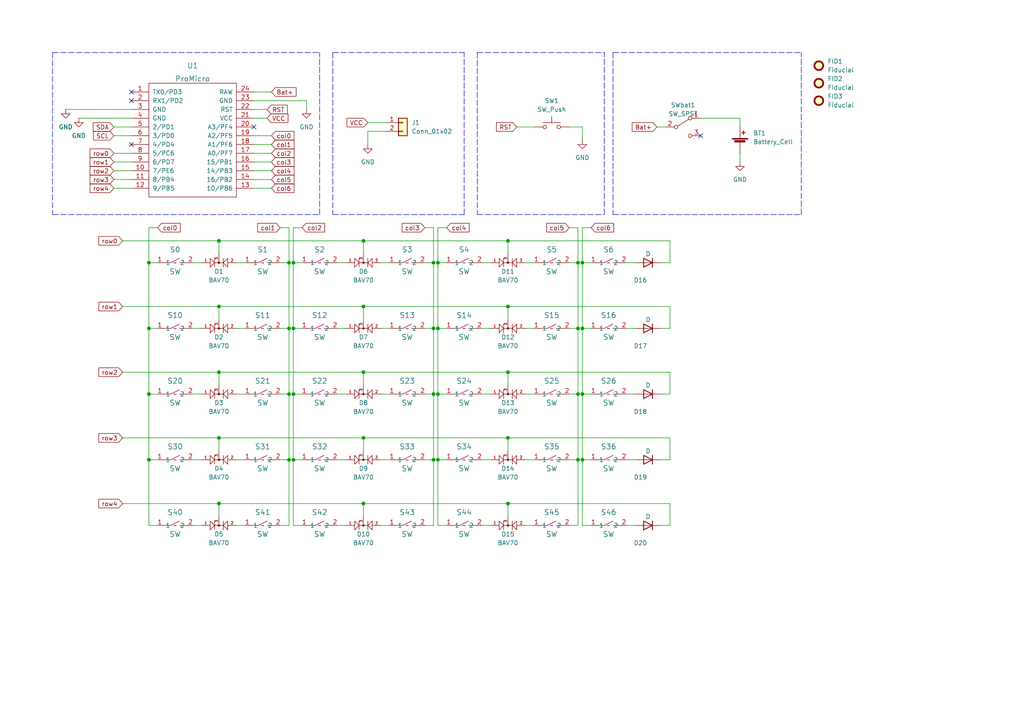
<source format=kicad_sch>
(kicad_sch (version 20211123) (generator eeschema)
  (paper "A4")
  (lib_symbols
    (symbol "Connector_Generic:Conn_01x02" (pin_names (offset 1.016) hide)
      (property "Reference" "J" (at 0 2.54 0))
      (property "Value" "Conn_01x02" (at 0 -5.08 0))
      (symbol "Conn_01x02_1_1"
        (rectangle (start -1.27 -2.413) (end 0 -2.667) (stroke (width 0.1524)))
        (rectangle (start -1.27 0.127) (end 0 -0.127) (stroke (width 0.1524)))
        (rectangle (start -1.27 1.27) (end 1.27 -3.81) (stroke (width 0.254)) (fill (type background)))
        (pin passive line (at -5.08 0 0) (length 3.81) (name "Pin_1") (number "1"))
        (pin passive line (at -5.08 -2.54 0) (length 3.81) (name "Pin_2") (number "2"))
      )
    )
    (symbol "Device:Battery_Cell" (pin_numbers hide) (pin_names (offset 0) hide)
      (property "Reference" "BT" (at 2.54 2.54 0))
      (property "Value" "Battery_Cell" (at 2.54 0 0))
      (symbol "Battery_Cell_0_1"
        (rectangle (start -2.286 1.778) (end 2.286 1.524) (fill (type outline)))
        (rectangle (start -1.5748 1.1938) (end 1.4732 0.6858) (fill (type outline)))
        (polyline (pts (xy 0 0.762) (xy 0 0)))
        (polyline (pts (xy 0 1.778) (xy 0 2.54)))
        (polyline (pts (xy 0.508 3.429) (xy 1.524 3.429)) (stroke (width 0.254)))
        (polyline (pts (xy 1.016 3.937) (xy 1.016 2.921)) (stroke (width 0.254)))
      )
      (symbol "Battery_Cell_1_1"
        (pin passive line (at 0 5.08 270) (length 2.54) (name "+") (number "1"))
        (pin passive line (at 0 -2.54 90) (length 2.54) (name "-") (number "2"))
      )
    )
    (symbol "Device:D" (pin_numbers hide) (pin_names (offset 1.016) hide)
      (property "Reference" "D" (at 0 2.54 0))
      (property "Value" "D" (at 0 -2.54 0))
      (symbol "D_0_1"
        (polyline (pts (xy -1.27 1.27) (xy -1.27 -1.27)) (stroke (width 0.254)))
        (polyline (pts (xy 1.27 0) (xy -1.27 0)))
        (polyline (pts (xy 1.27 1.27) (xy 1.27 -1.27) (xy -1.27 0) (xy 1.27 1.27)) (stroke (width 0.254)))
      )
      (symbol "D_1_1"
        (pin passive line (at -3.81 0 0) (length 2.54) (name "K") (number "1"))
        (pin passive line (at 3.81 0 180) (length 2.54) (name "A") (number "2"))
      )
    )
    (symbol "Mechanical:Fiducial"
      (property "Reference" "FID" (at 0 5.08 0))
      (property "Value" "Fiducial" (at 0 3.175 0))
      (symbol "Fiducial_0_1"
        (circle (center 0 0) (radius 1.27) (stroke (width 0.508)) (fill (type background)))
      )
    )
    (symbol "Switch:SW_Push" (pin_numbers hide) (pin_names (offset 1.016) hide)
      (property "Reference" "SW" (at 1.27 2.54 0))
      (property "Value" "SW_Push" (at 0 -1.524 0))
      (symbol "SW_Push_0_1"
        (circle (center -2.032 0) (radius 0.508))
        (polyline (pts (xy 0 1.27) (xy 0 3.048)))
        (polyline (pts (xy 2.54 1.27) (xy -2.54 1.27)))
        (circle (center 2.032 0) (radius 0.508))
        (pin passive line (at -5.08 0 0) (length 2.54) (name "1") (number "1"))
        (pin passive line (at 5.08 0 180) (length 2.54) (name "2") (number "2"))
      )
    )
    (symbol "Switch:SW_SPDT" (pin_names (offset 0) hide)
      (property "Reference" "SW" (at 0 4.318 0))
      (property "Value" "SW_SPDT" (at 0 -5.08 0))
      (symbol "SW_SPDT_0_0"
        (circle (center -2.032 0) (radius 0.508))
        (circle (center 2.032 -2.54) (radius 0.508))
      )
      (symbol "SW_SPDT_0_1"
        (polyline (pts (xy -1.524 0.254) (xy 1.651 2.286)))
        (circle (center 2.032 2.54) (radius 0.508))
      )
      (symbol "SW_SPDT_1_1"
        (pin passive line (at 5.08 2.54 180) (length 2.54) (name "A") (number "1"))
        (pin passive line (at -5.08 0 0) (length 2.54) (name "B") (number "2"))
        (pin passive line (at 5.08 -2.54 180) (length 2.54) (name "C") (number "3"))
      )
    )
    (symbol "YAEMK:MX_1U" (pin_names (offset 1.016))
      (property "Reference" "S" (at 0 -2.54 0))
      (property "Value" "MX_1U" (at 0 3.81 0))
      (symbol "MX_1U_1_1"
        (polyline (pts (xy 2.54 0) (xy 1.27 0)))
        (polyline (pts (xy 3.81 0) (xy 2.54 0)))
        (polyline (pts (xy 1.27 1.27) (xy -1.27 0) (xy -3.81 0)))
        (pin bidirectional line (at -5.08 0 0) (length 1.27) (name "1") (number "1"))
        (pin bidirectional line (at 5.08 0 180) (length 1.27) (name "2") (number "2"))
      )
    )
    (symbol "hillside_basic:BAV70_Small" (pin_names (offset 0.762) hide)
      (property "Reference" "D" (at 0.635 -2.54 0))
      (property "Value" "BAV70_Small" (at 0 2.54 0))
      (symbol "BAV70_Small_0_1"
        (polyline (pts (xy -1.27 1.27) (xy -1.27 -1.27)))
        (polyline (pts (xy 1.27 0) (xy -1.27 0)))
        (polyline (pts (xy 1.27 1.27) (xy 1.27 -1.27)))
        (polyline (pts (xy -2.54 1.27) (xy -2.54 -1.27) (xy -1.27 0) (xy -2.54 1.27)))
        (polyline (pts (xy 2.54 1.27) (xy 2.54 -1.27) (xy 1.27 0) (xy 2.54 1.27)))
        (circle (center 0 0) (radius 0.254) (fill (type outline)))
      )
      (symbol "BAV70_Small_1_1"
        (pin input line (at -5.08 0 0) (length 2.54) (name "A1") (number "1"))
        (pin input line (at 5.08 0 180) (length 2.54) (name "A2") (number "2"))
        (pin passive line (at 0 -2.54 90) (length 2.54) (name "K") (number "3"))
      )
    )
    (symbol "keebio:ProMicro" (pin_names (offset 1.016))
      (property "Reference" "U" (at 0 0 0))
      (property "Value" "ProMicro" (at 0 -19.05 0))
      (symbol "ProMicro_0_1"
        (rectangle (start -12.7 -16.51) (end 12.7 16.51))
      )
      (symbol "ProMicro_1_1"
        (pin input line (at -17.78 13.97 0) (length 5.08) (name "TX0/PD3") (number "1"))
        (pin input line (at -17.78 -8.89 0) (length 5.08) (name "7/PE6") (number "10"))
        (pin input line (at -17.78 -11.43 0) (length 5.08) (name "8/PB4") (number "11"))
        (pin input line (at -17.78 -13.97 0) (length 5.08) (name "9/PB5") (number "12"))
        (pin input line (at 17.78 -13.97 180) (length 5.08) (name "10/PB6") (number "13"))
        (pin input line (at 17.78 -11.43 180) (length 5.08) (name "16/PB2") (number "14"))
        (pin input line (at 17.78 -8.89 180) (length 5.08) (name "14/PB3") (number "15"))
        (pin input line (at 17.78 -6.35 180) (length 5.08) (name "15/PB1") (number "16"))
        (pin input line (at 17.78 -3.81 180) (length 5.08) (name "A0/PF7") (number "17"))
        (pin input line (at 17.78 -1.27 180) (length 5.08) (name "A1/PF6") (number "18"))
        (pin input line (at 17.78 1.27 180) (length 5.08) (name "A2/PF5") (number "19"))
        (pin input line (at -17.78 11.43 0) (length 5.08) (name "RX1/PD2") (number "2"))
        (pin input line (at 17.78 3.81 180) (length 5.08) (name "A3/PF4") (number "20"))
        (pin input line (at 17.78 6.35 180) (length 5.08) (name "VCC") (number "21"))
        (pin input line (at 17.78 8.89 180) (length 5.08) (name "RST") (number "22"))
        (pin input line (at 17.78 11.43 180) (length 5.08) (name "GND") (number "23"))
        (pin input line (at 17.78 13.97 180) (length 5.08) (name "RAW") (number "24"))
        (pin input line (at -17.78 8.89 0) (length 5.08) (name "GND") (number "3"))
        (pin input line (at -17.78 6.35 0) (length 5.08) (name "GND") (number "4"))
        (pin input line (at -17.78 3.81 0) (length 5.08) (name "2/PD1") (number "5"))
        (pin input line (at -17.78 1.27 0) (length 5.08) (name "3/PD0") (number "6"))
        (pin input line (at -17.78 -1.27 0) (length 5.08) (name "4/PD4") (number "7"))
        (pin input line (at -17.78 -3.81 0) (length 5.08) (name "5/PC6") (number "8"))
        (pin input line (at -17.78 -6.35 0) (length 5.08) (name "6/PD7") (number "9"))
      )
    )
    (symbol "power:GND" (power) (pin_names (offset 0))
      (property "Value" "GND" (at 0 -3.81 0))
      (symbol "GND_0_1"
        (polyline (pts (xy 0 0) (xy 0 -1.27) (xy 1.27 -1.27) (xy 0 -2.54) (xy -1.27 -1.27) (xy 0 -1.27)))
      )
      (symbol "GND_1_1"
        (pin power_in line (at 0 0 270) (length 0) hide (name "GND") (number "1"))
      )
    )
  )
  (junction (at 125.73 133.35))
  (junction (at 85.09 76.2))
  (junction (at 63.5 146.05))
  (junction (at 168.91 76.2))
  (junction (at 168.91 95.25))
  (junction (at 167.64 95.25))
  (junction (at 85.09 133.35))
  (junction (at 105.41 88.9))
  (junction (at 63.5 107.95))
  (junction (at 85.09 95.25))
  (junction (at 147.32 107.95))
  (junction (at 105.41 127))
  (junction (at 83.82 95.25))
  (junction (at 147.32 146.05))
  (junction (at 127 76.2))
  (junction (at 83.82 76.2))
  (junction (at 168.91 114.3))
  (junction (at 85.09 114.3))
  (junction (at 167.64 114.3))
  (junction (at 127 133.35))
  (junction (at 83.82 114.3))
  (junction (at 105.41 107.95))
  (junction (at 167.64 133.35))
  (junction (at 63.5 88.9))
  (junction (at 167.64 76.2))
  (junction (at 43.18 95.25))
  (junction (at 125.73 76.2))
  (junction (at 147.32 88.9))
  (junction (at 125.73 114.3))
  (junction (at 43.18 76.2))
  (junction (at 147.32 127))
  (junction (at 43.18 133.35))
  (junction (at 63.5 127))
  (junction (at 127 95.25))
  (junction (at 63.5 69.85))
  (junction (at 83.82 133.35))
  (junction (at 125.73 95.25))
  (junction (at 168.91 133.35))
  (junction (at 147.32 69.85))
  (junction (at 105.41 69.85))
  (junction (at 43.18 114.3))
  (junction (at 127 114.3))
  (junction (at 105.41 146.05))
  (no_connect (at 38.1 26.67))
  (no_connect (at 38.1 41.91))
  (no_connect (at 38.1 29.21))
  (no_connect (at 203.2 39.37))
  (no_connect (at 73.66 36.83))
  (wire (pts (xy 194.31 146.05) (xy 194.31 152.4)))
  (wire (pts (xy 110.49 114.3) (xy 113.03 114.3)))
  (wire (pts (xy 168.91 36.83) (xy 168.91 40.64)))
  (polyline (pts (xy 177.8 15.24) (xy 177.8 62.23)))
  (wire (pts (xy 147.32 88.9) (xy 194.31 88.9)))
  (wire (pts (xy 123.19 133.35) (xy 125.73 133.35)))
  (wire (pts (xy 181.61 152.4) (xy 184.15 152.4)))
  (wire (pts (xy 45.72 152.4) (xy 43.18 152.4)))
  (wire (pts (xy 106.68 41.91) (xy 106.68 38.1)))
  (wire (pts (xy 139.7 114.3) (xy 142.24 114.3)))
  (wire (pts (xy 63.5 127) (xy 63.5 130.81)))
  (wire (pts (xy 127 133.35) (xy 129.54 133.35)))
  (wire (pts (xy 97.79 152.4) (xy 100.33 152.4)))
  (wire (pts (xy 171.45 152.4) (xy 168.91 152.4)))
  (polyline (pts (xy 15.24 15.24) (xy 92.71 15.24)))
  (wire (pts (xy 55.88 114.3) (xy 58.42 114.3)))
  (wire (pts (xy 83.82 152.4) (xy 83.82 133.35)))
  (wire (pts (xy 168.91 114.3) (xy 168.91 95.25)))
  (polyline (pts (xy 175.26 62.23) (xy 175.26 15.24)))
  (wire (pts (xy 43.18 66.04) (xy 45.72 66.04)))
  (wire (pts (xy 168.91 95.25) (xy 168.91 76.2)))
  (wire (pts (xy 147.32 146.05) (xy 194.31 146.05)))
  (wire (pts (xy 35.56 107.95) (xy 63.5 107.95)))
  (wire (pts (xy 167.64 114.3) (xy 167.64 95.25)))
  (wire (pts (xy 81.28 152.4) (xy 83.82 152.4)))
  (wire (pts (xy 73.66 44.45) (xy 78.74 44.45)))
  (wire (pts (xy 168.91 133.35) (xy 168.91 114.3)))
  (wire (pts (xy 43.18 76.2) (xy 45.72 76.2)))
  (wire (pts (xy 85.09 133.35) (xy 85.09 114.3)))
  (wire (pts (xy 73.66 49.53) (xy 78.74 49.53)))
  (wire (pts (xy 194.31 107.95) (xy 194.31 114.3)))
  (wire (pts (xy 152.4 76.2) (xy 154.94 76.2)))
  (polyline (pts (xy 96.52 62.23) (xy 134.62 62.23)))
  (wire (pts (xy 63.5 69.85) (xy 105.41 69.85)))
  (wire (pts (xy 73.66 54.61) (xy 78.74 54.61)))
  (wire (pts (xy 87.63 152.4) (xy 85.09 152.4)))
  (wire (pts (xy 85.09 66.04) (xy 87.63 66.04)))
  (wire (pts (xy 194.31 152.4) (xy 191.77 152.4)))
  (wire (pts (xy 147.32 127) (xy 147.32 130.81)))
  (wire (pts (xy 139.7 152.4) (xy 142.24 152.4)))
  (polyline (pts (xy 232.41 62.23) (xy 232.41 15.24)))
  (wire (pts (xy 55.88 152.4) (xy 58.42 152.4)))
  (wire (pts (xy 125.73 76.2) (xy 125.73 66.04)))
  (wire (pts (xy 105.41 127) (xy 105.41 130.81)))
  (wire (pts (xy 147.32 127) (xy 194.31 127)))
  (wire (pts (xy 97.79 133.35) (xy 100.33 133.35)))
  (wire (pts (xy 147.32 146.05) (xy 147.32 149.86)))
  (wire (pts (xy 105.41 88.9) (xy 147.32 88.9)))
  (wire (pts (xy 105.41 107.95) (xy 105.41 111.76)))
  (wire (pts (xy 63.5 127) (xy 105.41 127)))
  (wire (pts (xy 129.54 152.4) (xy 127 152.4)))
  (wire (pts (xy 73.66 26.67) (xy 78.74 26.67)))
  (wire (pts (xy 38.1 46.99) (xy 33.02 46.99)))
  (wire (pts (xy 147.32 107.95) (xy 147.32 111.76)))
  (wire (pts (xy 105.41 146.05) (xy 147.32 146.05)))
  (wire (pts (xy 152.4 114.3) (xy 154.94 114.3)))
  (wire (pts (xy 181.61 114.3) (xy 184.15 114.3)))
  (wire (pts (xy 43.18 114.3) (xy 45.72 114.3)))
  (wire (pts (xy 38.1 49.53) (xy 33.02 49.53)))
  (wire (pts (xy 139.7 95.25) (xy 142.24 95.25)))
  (wire (pts (xy 35.56 127) (xy 63.5 127)))
  (wire (pts (xy 68.58 95.25) (xy 71.12 95.25)))
  (wire (pts (xy 35.56 69.85) (xy 63.5 69.85)))
  (wire (pts (xy 43.18 133.35) (xy 45.72 133.35)))
  (wire (pts (xy 214.63 46.99) (xy 214.63 44.45)))
  (wire (pts (xy 63.5 146.05) (xy 105.41 146.05)))
  (wire (pts (xy 83.82 76.2) (xy 83.82 66.04)))
  (polyline (pts (xy 15.24 15.24) (xy 15.24 62.23)))
  (wire (pts (xy 105.41 107.95) (xy 147.32 107.95)))
  (wire (pts (xy 125.73 114.3) (xy 125.73 95.25)))
  (wire (pts (xy 147.32 69.85) (xy 147.32 73.66)))
  (wire (pts (xy 63.5 88.9) (xy 105.41 88.9)))
  (wire (pts (xy 127 133.35) (xy 127 114.3)))
  (wire (pts (xy 73.66 29.21) (xy 88.9 29.21)))
  (wire (pts (xy 38.1 54.61) (xy 33.02 54.61)))
  (wire (pts (xy 38.1 52.07) (xy 33.02 52.07)))
  (wire (pts (xy 168.91 76.2) (xy 171.45 76.2)))
  (wire (pts (xy 123.19 95.25) (xy 125.73 95.25)))
  (wire (pts (xy 73.66 52.07) (xy 78.74 52.07)))
  (wire (pts (xy 43.18 133.35) (xy 43.18 114.3)))
  (wire (pts (xy 127 66.04) (xy 129.54 66.04)))
  (wire (pts (xy 168.91 152.4) (xy 168.91 133.35)))
  (wire (pts (xy 168.91 66.04) (xy 171.45 66.04)))
  (wire (pts (xy 63.5 107.95) (xy 105.41 107.95)))
  (wire (pts (xy 68.58 76.2) (xy 71.12 76.2)))
  (wire (pts (xy 147.32 69.85) (xy 194.31 69.85)))
  (wire (pts (xy 194.31 88.9) (xy 194.31 95.25)))
  (wire (pts (xy 22.86 34.29) (xy 38.1 34.29)))
  (wire (pts (xy 127 152.4) (xy 127 133.35)))
  (wire (pts (xy 125.73 152.4) (xy 125.73 133.35)))
  (wire (pts (xy 168.91 114.3) (xy 171.45 114.3)))
  (wire (pts (xy 165.1 133.35) (xy 167.64 133.35)))
  (wire (pts (xy 43.18 152.4) (xy 43.18 133.35)))
  (wire (pts (xy 19.05 31.75) (xy 38.1 31.75)))
  (wire (pts (xy 73.66 41.91) (xy 78.74 41.91)))
  (wire (pts (xy 149.86 36.83) (xy 154.94 36.83)))
  (wire (pts (xy 85.09 95.25) (xy 85.09 76.2)))
  (wire (pts (xy 167.64 152.4) (xy 167.64 133.35)))
  (wire (pts (xy 194.31 114.3) (xy 191.77 114.3)))
  (wire (pts (xy 68.58 152.4) (xy 71.12 152.4)))
  (wire (pts (xy 168.91 95.25) (xy 171.45 95.25)))
  (wire (pts (xy 73.66 34.29) (xy 77.47 34.29)))
  (wire (pts (xy 85.09 114.3) (xy 85.09 95.25)))
  (wire (pts (xy 127 114.3) (xy 129.54 114.3)))
  (wire (pts (xy 105.41 146.05) (xy 105.41 149.86)))
  (wire (pts (xy 105.41 69.85) (xy 105.41 73.66)))
  (wire (pts (xy 167.64 133.35) (xy 167.64 114.3)))
  (wire (pts (xy 125.73 66.04) (xy 123.19 66.04)))
  (polyline (pts (xy 177.8 62.23) (xy 232.41 62.23)))
  (wire (pts (xy 106.68 38.1) (xy 111.76 38.1)))
  (wire (pts (xy 83.82 66.04) (xy 81.28 66.04)))
  (wire (pts (xy 63.5 88.9) (xy 63.5 92.71)))
  (wire (pts (xy 123.19 114.3) (xy 125.73 114.3)))
  (wire (pts (xy 127 76.2) (xy 129.54 76.2)))
  (wire (pts (xy 152.4 95.25) (xy 154.94 95.25)))
  (wire (pts (xy 194.31 127) (xy 194.31 133.35)))
  (wire (pts (xy 85.09 133.35) (xy 87.63 133.35)))
  (wire (pts (xy 125.73 133.35) (xy 125.73 114.3)))
  (wire (pts (xy 33.02 39.37) (xy 38.1 39.37)))
  (wire (pts (xy 43.18 76.2) (xy 43.18 66.04)))
  (wire (pts (xy 127 76.2) (xy 127 66.04)))
  (wire (pts (xy 85.09 76.2) (xy 85.09 66.04)))
  (wire (pts (xy 81.28 76.2) (xy 83.82 76.2)))
  (wire (pts (xy 139.7 76.2) (xy 142.24 76.2)))
  (wire (pts (xy 55.88 133.35) (xy 58.42 133.35)))
  (wire (pts (xy 110.49 95.25) (xy 113.03 95.25)))
  (wire (pts (xy 127 95.25) (xy 127 76.2)))
  (wire (pts (xy 83.82 114.3) (xy 83.82 95.25)))
  (wire (pts (xy 152.4 133.35) (xy 154.94 133.35)))
  (wire (pts (xy 110.49 76.2) (xy 113.03 76.2)))
  (wire (pts (xy 33.02 36.83) (xy 38.1 36.83)))
  (wire (pts (xy 68.58 133.35) (xy 71.12 133.35)))
  (wire (pts (xy 81.28 114.3) (xy 83.82 114.3)))
  (wire (pts (xy 63.5 146.05) (xy 63.5 149.86)))
  (wire (pts (xy 106.68 35.56) (xy 111.76 35.56)))
  (polyline (pts (xy 96.52 15.24) (xy 96.52 62.23)))
  (wire (pts (xy 190.5 36.83) (xy 193.04 36.83)))
  (wire (pts (xy 63.5 69.85) (xy 63.5 73.66)))
  (wire (pts (xy 35.56 146.05) (xy 63.5 146.05)))
  (wire (pts (xy 88.9 31.75) (xy 88.9 29.21)))
  (wire (pts (xy 97.79 95.25) (xy 100.33 95.25)))
  (wire (pts (xy 83.82 95.25) (xy 83.82 76.2)))
  (wire (pts (xy 203.2 34.29) (xy 214.63 34.29)))
  (wire (pts (xy 194.31 69.85) (xy 194.31 76.2)))
  (wire (pts (xy 55.88 76.2) (xy 58.42 76.2)))
  (wire (pts (xy 43.18 114.3) (xy 43.18 95.25)))
  (wire (pts (xy 181.61 133.35) (xy 184.15 133.35)))
  (wire (pts (xy 194.31 95.25) (xy 191.77 95.25)))
  (wire (pts (xy 68.58 114.3) (xy 71.12 114.3)))
  (polyline (pts (xy 138.43 15.24) (xy 175.26 15.24)))
  (wire (pts (xy 55.88 95.25) (xy 58.42 95.25)))
  (wire (pts (xy 214.63 34.29) (xy 214.63 36.83)))
  (wire (pts (xy 43.18 95.25) (xy 45.72 95.25)))
  (wire (pts (xy 165.1 114.3) (xy 167.64 114.3)))
  (wire (pts (xy 110.49 133.35) (xy 113.03 133.35)))
  (wire (pts (xy 73.66 31.75) (xy 77.47 31.75)))
  (wire (pts (xy 181.61 95.25) (xy 184.15 95.25)))
  (wire (pts (xy 194.31 133.35) (xy 191.77 133.35)))
  (wire (pts (xy 85.09 114.3) (xy 87.63 114.3)))
  (wire (pts (xy 63.5 107.95) (xy 63.5 111.76)))
  (wire (pts (xy 105.41 127) (xy 147.32 127)))
  (wire (pts (xy 152.4 152.4) (xy 154.94 152.4)))
  (wire (pts (xy 105.41 69.85) (xy 147.32 69.85)))
  (wire (pts (xy 123.19 152.4) (xy 125.73 152.4)))
  (wire (pts (xy 139.7 133.35) (xy 142.24 133.35)))
  (wire (pts (xy 85.09 152.4) (xy 85.09 133.35)))
  (wire (pts (xy 127 114.3) (xy 127 95.25)))
  (wire (pts (xy 97.79 76.2) (xy 100.33 76.2)))
  (wire (pts (xy 147.32 88.9) (xy 147.32 92.71)))
  (wire (pts (xy 43.18 95.25) (xy 43.18 76.2)))
  (polyline (pts (xy 138.43 62.23) (xy 175.26 62.23)))
  (wire (pts (xy 167.64 66.04) (xy 165.1 66.04)))
  (wire (pts (xy 165.1 76.2) (xy 167.64 76.2)))
  (wire (pts (xy 181.61 76.2) (xy 184.15 76.2)))
  (wire (pts (xy 73.66 46.99) (xy 78.74 46.99)))
  (wire (pts (xy 168.91 133.35) (xy 171.45 133.35)))
  (wire (pts (xy 73.66 39.37) (xy 78.74 39.37)))
  (wire (pts (xy 83.82 133.35) (xy 83.82 114.3)))
  (polyline (pts (xy 92.71 62.23) (xy 92.71 15.24)))
  (wire (pts (xy 35.56 88.9) (xy 63.5 88.9)))
  (polyline (pts (xy 15.24 62.23) (xy 92.71 62.23)))
  (wire (pts (xy 81.28 95.25) (xy 83.82 95.25)))
  (wire (pts (xy 167.64 76.2) (xy 167.64 66.04)))
  (wire (pts (xy 165.1 95.25) (xy 167.64 95.25)))
  (wire (pts (xy 85.09 76.2) (xy 87.63 76.2)))
  (wire (pts (xy 81.28 133.35) (xy 83.82 133.35)))
  (wire (pts (xy 194.31 76.2) (xy 191.77 76.2)))
  (wire (pts (xy 165.1 36.83) (xy 168.91 36.83)))
  (polyline (pts (xy 177.8 15.24) (xy 232.41 15.24)))
  (wire (pts (xy 165.1 152.4) (xy 167.64 152.4)))
  (wire (pts (xy 125.73 95.25) (xy 125.73 76.2)))
  (wire (pts (xy 167.64 95.25) (xy 167.64 76.2)))
  (wire (pts (xy 168.91 76.2) (xy 168.91 66.04)))
  (wire (pts (xy 127 95.25) (xy 129.54 95.25)))
  (polyline (pts (xy 134.62 62.23) (xy 134.62 15.24)))
  (wire (pts (xy 123.19 76.2) (xy 125.73 76.2)))
  (wire (pts (xy 97.79 114.3) (xy 100.33 114.3)))
  (wire (pts (xy 110.49 152.4) (xy 113.03 152.4)))
  (wire (pts (xy 38.1 44.45) (xy 33.02 44.45)))
  (polyline (pts (xy 138.43 15.24) (xy 138.43 62.23)))
  (polyline (pts (xy 96.52 15.24) (xy 134.62 15.24)))
  (wire (pts (xy 105.41 88.9) (xy 105.41 92.71)))
  (wire (pts (xy 147.32 107.95) (xy 194.31 107.95)))
  (wire (pts (xy 85.09 95.25) (xy 87.63 95.25)))
  (global_label "col5" (shape input) (at 165.1 66.04 180) (property "Referenzen zwischen Schaltplänen" "${INTERSHEET_REFS}" (effects hide)))
  (global_label "row0" (shape input) (at 33.02 44.45 180) (property "Referenzen zwischen Schaltplänen" "${INTERSHEET_REFS}" (effects hide)))
  (global_label "RST" (shape input) (at 149.86 36.83 180) (property "Referenzen zwischen Schaltplänen" "${INTERSHEET_REFS}" (effects hide)))
  (global_label "col3" (shape input) (at 123.19 66.04 180) (property "Referenzen zwischen Schaltplänen" "${INTERSHEET_REFS}" (effects hide)))
  (global_label "row1" (shape input) (at 33.02 46.99 180) (property "Referenzen zwischen Schaltplänen" "${INTERSHEET_REFS}" (effects hide)))
  (global_label "Bat+" (shape input) (at 190.5 36.83 180) (property "Referenzen zwischen Schaltplänen" "${INTERSHEET_REFS}" (effects hide)))
  (global_label "col3" (shape input) (at 78.74 46.99 0) (property "Referenzen zwischen Schaltplänen" "${INTERSHEET_REFS}" (effects hide)))
  (global_label "col4" (shape input) (at 129.54 66.04 0) (property "Referenzen zwischen Schaltplänen" "${INTERSHEET_REFS}" (effects hide)))
  (global_label "SCL" (shape input) (at 33.02 39.37 180) (property "Referenzen zwischen Schaltplänen" "${INTERSHEET_REFS}" (effects hide)))
  (global_label "row0" (shape input) (at 35.56 69.85 180) (property "Referenzen zwischen Schaltplänen" "${INTERSHEET_REFS}" (effects hide)))
  (global_label "col6" (shape input) (at 78.74 54.61 0) (property "Referenzen zwischen Schaltplänen" "${INTERSHEET_REFS}" (effects hide)))
  (global_label "VCC" (shape input) (at 77.47 34.29 0) (property "Referenzen zwischen Schaltplänen" "${INTERSHEET_REFS}" (effects hide)))
  (global_label "col4" (shape input) (at 78.74 49.53 0) (property "Referenzen zwischen Schaltplänen" "${INTERSHEET_REFS}" (effects hide)))
  (global_label "col0" (shape input) (at 78.74 39.37 0) (property "Referenzen zwischen Schaltplänen" "${INTERSHEET_REFS}" (effects hide)))
  (global_label "row4" (shape input) (at 33.02 54.61 180) (property "Referenzen zwischen Schaltplänen" "${INTERSHEET_REFS}" (effects hide)))
  (global_label "row4" (shape input) (at 35.56 146.05 180) (property "Referenzen zwischen Schaltplänen" "${INTERSHEET_REFS}" (effects hide)))
  (global_label "col0" (shape input) (at 45.72 66.04 0) (property "Referenzen zwischen Schaltplänen" "${INTERSHEET_REFS}" (effects hide)))
  (global_label "RST" (shape input) (at 77.47 31.75 0) (property "Referenzen zwischen Schaltplänen" "${INTERSHEET_REFS}" (effects hide)))
  (global_label "row1" (shape input) (at 35.56 88.9 180) (property "Referenzen zwischen Schaltplänen" "${INTERSHEET_REFS}" (effects hide)))
  (global_label "VCC" (shape input) (at 106.68 35.56 180) (property "Referenzen zwischen Schaltplänen" "${INTERSHEET_REFS}" (effects hide)))
  (global_label "row2" (shape input) (at 35.56 107.95 180) (property "Referenzen zwischen Schaltplänen" "${INTERSHEET_REFS}" (effects hide)))
  (global_label "row3" (shape input) (at 35.56 127 180) (property "Referenzen zwischen Schaltplänen" "${INTERSHEET_REFS}" (effects hide)))
  (global_label "Bat+" (shape input) (at 78.74 26.67 0) (property "Referenzen zwischen Schaltplänen" "${INTERSHEET_REFS}" (effects hide)))
  (global_label "col1" (shape input) (at 81.28 66.04 180) (property "Referenzen zwischen Schaltplänen" "${INTERSHEET_REFS}" (effects hide)))
  (global_label "col5" (shape input) (at 78.74 52.07 0) (property "Referenzen zwischen Schaltplänen" "${INTERSHEET_REFS}" (effects hide)))
  (global_label "col2" (shape input) (at 87.63 66.04 0) (property "Referenzen zwischen Schaltplänen" "${INTERSHEET_REFS}" (effects hide)))
  (global_label "SDA" (shape input) (at 33.02 36.83 180) (property "Referenzen zwischen Schaltplänen" "${INTERSHEET_REFS}" (effects hide)))
  (global_label "col1" (shape input) (at 78.74 41.91 0) (property "Referenzen zwischen Schaltplänen" "${INTERSHEET_REFS}" (effects hide)))
  (global_label "col2" (shape input) (at 78.74 44.45 0) (property "Referenzen zwischen Schaltplänen" "${INTERSHEET_REFS}" (effects hide)))
  (global_label "row2" (shape input) (at 33.02 49.53 180) (property "Referenzen zwischen Schaltplänen" "${INTERSHEET_REFS}" (effects hide)))
  (global_label "row3" (shape input) (at 33.02 52.07 180) (property "Referenzen zwischen Schaltplänen" "${INTERSHEET_REFS}" (effects hide)))
  (global_label "col6" (shape input) (at 171.45 66.04 0) (property "Referenzen zwischen Schaltplänen" "${INTERSHEET_REFS}" (effects hide)))
  (symbol (lib_id "YAEMK:MX_1U") (at 134.62 76.2 0) (unit 1)
    (property "Reference" "S4" (at 134.62 72.39 0) (effects (font (size 1.524 1.524))))
    (property "Value" "SW" (at 134.62 78.74 0) (effects (font (size 1.524 1.524))))
    (property "Footprint" "mykeeb:MX_KAILH_SOCKET_1U" (effects hide))
    (property "Datasheet" "~" (at 134.62 76.2 0) (effects (font (size 1.524 1.524))))
    (property "JLCPCB BOM" "0" (effects hide))
  )
  (symbol (lib_id "power:GND") (at 106.68 41.91 0) (unit 1)
    (property "Reference" "#PWR0104" (effects hide))
    (property "Value" "GND" (at 106.68 46.99 0))
  )
  (symbol (lib_id "YAEMK:MX_1U") (at 160.02 133.35 0) (unit 1)
    (property "Reference" "S35" (at 160.02 129.54 0) (effects (font (size 1.524 1.524))))
    (property "Value" "SW" (at 160.02 135.89 0) (effects (font (size 1.524 1.524))))
    (property "Footprint" "mykeeb:MX_KAILH_SOCKET_1U" (effects hide))
    (property "Datasheet" "~" (at 160.02 133.35 0) (effects (font (size 1.524 1.524))))
    (property "JLCPCB BOM" "0" (effects hide))
  )
  (symbol (lib_id "YAEMK:MX_1U") (at 92.71 114.3 0) (unit 1)
    (property "Reference" "S22" (at 92.71 110.49 0) (effects (font (size 1.524 1.524))))
    (property "Value" "SW" (at 92.71 116.84 0) (effects (font (size 1.524 1.524))))
    (property "Footprint" "mykeeb:MX_KAILH_SOCKET_1U" (effects hide))
    (property "Datasheet" "~" (at 92.71 114.3 0) (effects (font (size 1.524 1.524))))
    (property "JLCPCB BOM" "0" (effects hide))
  )
  (symbol (lib_id "YAEMK:MX_1U") (at 134.62 95.25 0) (unit 1)
    (property "Reference" "S14" (at 134.62 91.44 0) (effects (font (size 1.524 1.524))))
    (property "Value" "SW" (at 134.62 97.79 0) (effects (font (size 1.524 1.524))))
    (property "Footprint" "mykeeb:MX_KAILH_SOCKET_1U" (effects hide))
    (property "Datasheet" "~" (at 134.62 95.25 0) (effects (font (size 1.524 1.524))))
    (property "JLCPCB BOM" "0" (effects hide))
  )
  (symbol (lib_id "YAEMK:MX_1U") (at 50.8 95.25 0) (unit 1)
    (property "Reference" "S10" (at 50.8 91.44 0) (effects (font (size 1.524 1.524))))
    (property "Value" "SW" (at 50.8 97.79 0) (effects (font (size 1.524 1.524))))
    (property "Footprint" "mykeeb:MX_KAILH_SOCKET_1U" (effects hide))
    (property "Datasheet" "~" (at 50.8 95.25 0) (effects (font (size 1.524 1.524))))
    (property "JLCPCB BOM" "0" (effects hide))
  )
  (symbol (lib_id "YAEMK:MX_1U") (at 50.8 76.2 0) (unit 1)
    (property "Reference" "S0" (at 50.8 72.39 0) (effects (font (size 1.524 1.524))))
    (property "Value" "SW" (at 50.8 78.74 0) (effects (font (size 1.524 1.524))))
    (property "Footprint" "mykeeb:MX_KAILH_SOCKET_1U" (effects hide))
    (property "Datasheet" "~" (at 50.8 76.2 0) (effects (font (size 1.524 1.524))))
    (property "JLCPCB BOM" "0" (effects hide))
  )
  (symbol (lib_id "power:GND") (at 168.91 40.64 0) (unit 1)
    (property "Reference" "#PWR0106" (effects hide))
    (property "Value" "GND" (at 168.91 45.72 0))
  )
  (symbol (lib_id "YAEMK:MX_1U") (at 76.2 76.2 0) (unit 1)
    (property "Reference" "S1" (at 76.2 72.39 0) (effects (font (size 1.524 1.524))))
    (property "Value" "SW" (at 76.2 78.74 0) (effects (font (size 1.524 1.524))))
    (property "Footprint" "mykeeb:MX_KAILH_SOCKET_1U" (effects hide))
    (property "Datasheet" "~" (at 76.2 76.2 0) (effects (font (size 1.524 1.524))))
    (property "JLCPCB BOM" "0" (effects hide))
  )
  (symbol (lib_id "hillside_basic:BAV70_Small") (at 105.41 152.4 0) (mirror x) (unit 1)
    (property "Reference" "D10" (at 105.41 154.94 0))
    (property "Value" "BAV70" (at 105.41 157.48 0))
    (property "Footprint" "mykeeb:SOT-23" (effects hide))
    (property "Datasheet" "https://assets.nexperia.com/documents/data-sheet/BAV70_SER.pdf" (effects hide))
  )
  (symbol (lib_id "hillside_basic:BAV70_Small") (at 63.5 95.25 0) (mirror x) (unit 1)
    (property "Reference" "D2" (at 63.5 97.79 0))
    (property "Value" "BAV70" (at 63.5 100.33 0))
    (property "Footprint" "mykeeb:SOT-23" (effects hide))
    (property "Datasheet" "https://assets.nexperia.com/documents/data-sheet/BAV70_SER.pdf" (effects hide))
  )
  (symbol (lib_id "YAEMK:MX_1U") (at 118.11 114.3 0) (unit 1)
    (property "Reference" "S23" (at 118.11 110.49 0) (effects (font (size 1.524 1.524))))
    (property "Value" "SW" (at 118.11 116.84 0) (effects (font (size 1.524 1.524))))
    (property "Footprint" "mykeeb:MX_KAILH_SOCKET_1U" (effects hide))
    (property "Datasheet" "~" (at 118.11 114.3 0) (effects (font (size 1.524 1.524))))
    (property "JLCPCB BOM" "0" (effects hide))
  )
  (symbol (lib_id "Device:D") (at 187.96 152.4 180) (unit 1)
    (property "Reference" "D20" (at 187.706 157.48 0) (effects (justify left)))
    (property "Value" "D" (at 187.96 149.86 0))
    (property "Footprint" "mykeeb:D3_SMD" (effects hide))
  )
  (symbol (lib_id "YAEMK:MX_1U") (at 176.53 133.35 0) (unit 1)
    (property "Reference" "S36" (at 176.53 129.54 0) (effects (font (size 1.524 1.524))))
    (property "Value" "SW" (at 176.53 135.89 0) (effects (font (size 1.524 1.524))))
    (property "Footprint" "mykeeb:MX_KAILH_SOCKET_1U" (effects hide))
    (property "Datasheet" "~" (at 176.53 133.35 0) (effects (font (size 1.524 1.524))))
    (property "JLCPCB BOM" "0" (effects hide))
  )
  (symbol (lib_id "YAEMK:MX_1U") (at 160.02 114.3 0) (unit 1)
    (property "Reference" "S25" (at 160.02 110.49 0) (effects (font (size 1.524 1.524))))
    (property "Value" "SW" (at 160.02 116.84 0) (effects (font (size 1.524 1.524))))
    (property "Footprint" "mykeeb:MX_KAILH_SOCKET_1U" (effects hide))
    (property "Datasheet" "~" (at 160.02 114.3 0) (effects (font (size 1.524 1.524))))
    (property "JLCPCB BOM" "0" (effects hide))
  )
  (symbol (lib_id "Switch:SW_SPDT") (at 198.12 36.83 0) (unit 1)
    (property "Reference" "SWbat1" (at 198.12 30.48 0))
    (property "Value" "SW_SPST" (at 198.12 33.02 0))
    (property "Footprint" "Connector_PinSocket_2.54mm:PinSocket_1x03_P2.54mm_Vertical" (effects hide))
  )
  (symbol (lib_id "hillside_basic:BAV70_Small") (at 147.32 152.4 0) (mirror x) (unit 1)
    (property "Reference" "D15" (at 147.32 154.94 0))
    (property "Value" "BAV70" (at 147.32 157.48 0))
    (property "Footprint" "mykeeb:SOT-23" (effects hide))
    (property "Datasheet" "https://assets.nexperia.com/documents/data-sheet/BAV70_SER.pdf" (effects hide))
  )
  (symbol (lib_id "Mechanical:Fiducial") (at 237.49 29.21 0) (unit 1)
    (property "Reference" "FID3" (at 240.03 27.9399 0) (effects (justify left)))
    (property "Value" "Fiducial" (at 240.03 30.4799 0) (effects (justify left)))
    (property "Footprint" "Fiducial:Fiducial_1mm_Mask2mm" (effects hide))
  )
  (symbol (lib_id "hillside_basic:BAV70_Small") (at 147.32 76.2 0) (mirror x) (unit 1)
    (property "Reference" "D11" (at 147.32 78.74 0))
    (property "Value" "BAV70" (at 147.32 81.28 0))
    (property "Footprint" "mykeeb:SOT-23" (effects hide))
    (property "Datasheet" "https://assets.nexperia.com/documents/data-sheet/BAV70_SER.pdf" (effects hide))
  )
  (symbol (lib_id "Switch:SW_Push") (at 160.02 36.83 0) (unit 1)
    (property "Reference" "SW1" (at 160.02 29.21 0))
    (property "Value" "SW_Push" (at 160.02 31.75 0))
    (property "Footprint" "Button_Switch_THT:SW_PUSH_6mm" (effects hide))
  )
  (symbol (lib_id "YAEMK:MX_1U") (at 134.62 114.3 0) (unit 1)
    (property "Reference" "S24" (at 134.62 110.49 0) (effects (font (size 1.524 1.524))))
    (property "Value" "SW" (at 134.62 116.84 0) (effects (font (size 1.524 1.524))))
    (property "Footprint" "mykeeb:MX_KAILH_SOCKET_1U" (effects hide))
    (property "Datasheet" "~" (at 134.62 114.3 0) (effects (font (size 1.524 1.524))))
    (property "JLCPCB BOM" "0" (effects hide))
  )
  (symbol (lib_id "YAEMK:MX_1U") (at 76.2 114.3 0) (unit 1)
    (property "Reference" "S21" (at 76.2 110.49 0) (effects (font (size 1.524 1.524))))
    (property "Value" "SW" (at 76.2 116.84 0) (effects (font (size 1.524 1.524))))
    (property "Footprint" "mykeeb:MX_KAILH_SOCKET_1U" (effects hide))
    (property "Datasheet" "~" (at 76.2 114.3 0) (effects (font (size 1.524 1.524))))
    (property "JLCPCB BOM" "0" (effects hide))
  )
  (symbol (lib_id "YAEMK:MX_1U") (at 160.02 76.2 0) (unit 1)
    (property "Reference" "S5" (at 160.02 72.39 0) (effects (font (size 1.524 1.524))))
    (property "Value" "SW" (at 160.02 78.74 0) (effects (font (size 1.524 1.524))))
    (property "Footprint" "mykeeb:MX_KAILH_SOCKET_1U" (effects hide))
    (property "Datasheet" "~" (at 160.02 76.2 0) (effects (font (size 1.524 1.524))))
    (property "JLCPCB BOM" "0" (effects hide))
  )
  (symbol (lib_id "YAEMK:MX_1U") (at 118.11 152.4 0) (unit 1)
    (property "Reference" "S43" (at 118.11 148.59 0) (effects (font (size 1.524 1.524))))
    (property "Value" "SW" (at 118.11 154.94 0) (effects (font (size 1.524 1.524))))
    (property "Footprint" "mykeeb:MX_KAILH_SOCKET_1U" (effects hide))
    (property "Datasheet" "~" (at 118.11 152.4 0) (effects (font (size 1.524 1.524))))
    (property "JLCPCB BOM" "0" (effects hide))
  )
  (symbol (lib_id "hillside_basic:BAV70_Small") (at 63.5 76.2 0) (mirror x) (unit 1)
    (property "Reference" "D1" (at 63.5 78.74 0))
    (property "Value" "BAV70" (at 63.5 81.28 0))
    (property "Footprint" "mykeeb:SOT-23" (effects hide))
    (property "Datasheet" "https://assets.nexperia.com/documents/data-sheet/BAV70_SER.pdf" (effects hide))
  )
  (symbol (lib_id "hillside_basic:BAV70_Small") (at 147.32 95.25 0) (mirror x) (unit 1)
    (property "Reference" "D12" (at 147.32 97.79 0))
    (property "Value" "BAV70" (at 147.32 100.33 0))
    (property "Footprint" "mykeeb:SOT-23" (effects hide))
    (property "Datasheet" "https://assets.nexperia.com/documents/data-sheet/BAV70_SER.pdf" (effects hide))
  )
  (symbol (lib_id "keebio:ProMicro") (at 55.88 40.64 0) (unit 1)
    (property "Reference" "U1" (at 55.88 19.05 0) (effects (font (size 1.524 1.524))))
    (property "Value" "ProMicro" (at 55.88 22.86 0) (effects (font (size 1.524 1.524))))
    (property "Footprint" "keyboard_reversible:ProMicro" (effects hide))
  )
  (symbol (lib_id "YAEMK:MX_1U") (at 176.53 114.3 0) (unit 1)
    (property "Reference" "S26" (at 176.53 110.49 0) (effects (font (size 1.524 1.524))))
    (property "Value" "SW" (at 176.53 116.84 0) (effects (font (size 1.524 1.524))))
    (property "Footprint" "mykeeb:MX_KAILH_SOCKET_1U" (effects hide))
    (property "Datasheet" "~" (at 176.53 114.3 0) (effects (font (size 1.524 1.524))))
    (property "JLCPCB BOM" "0" (effects hide))
  )
  (symbol (lib_id "YAEMK:MX_1U") (at 160.02 95.25 0) (unit 1)
    (property "Reference" "S15" (at 160.02 91.44 0) (effects (font (size 1.524 1.524))))
    (property "Value" "SW" (at 160.02 97.79 0) (effects (font (size 1.524 1.524))))
    (property "Footprint" "mykeeb:MX_KAILH_SOCKET_1U" (effects hide))
    (property "Datasheet" "~" (at 160.02 95.25 0) (effects (font (size 1.524 1.524))))
    (property "JLCPCB BOM" "0" (effects hide))
  )
  (symbol (lib_id "power:GND") (at 22.86 34.29 0) (unit 1)
    (property "Reference" "#PWR0101" (effects hide))
    (property "Value" "GND" (at 22.86 39.37 0))
  )
  (symbol (lib_id "Connector_Generic:Conn_01x02") (at 116.84 35.56 0) (unit 1)
    (property "Reference" "J1" (at 119.38 35.5599 0) (effects (justify left)))
    (property "Value" "Conn_01x02" (at 119.38 38.0999 0) (effects (justify left)))
    (property "Footprint" "Connector_PinSocket_2.54mm:PinSocket_1x02_P2.54mm_Vertical" (effects hide))
  )
  (symbol (lib_id "YAEMK:MX_1U") (at 50.8 114.3 0) (unit 1)
    (property "Reference" "S20" (at 50.8 110.49 0) (effects (font (size 1.524 1.524))))
    (property "Value" "SW" (at 50.8 116.84 0) (effects (font (size 1.524 1.524))))
    (property "Footprint" "mykeeb:MX_KAILH_SOCKET_1U" (effects hide))
    (property "Datasheet" "~" (at 50.8 114.3 0) (effects (font (size 1.524 1.524))))
    (property "JLCPCB BOM" "0" (effects hide))
  )
  (symbol (lib_id "Device:D") (at 187.96 95.25 180) (unit 1)
    (property "Reference" "D17" (at 187.706 100.33 0) (effects (justify left)))
    (property "Value" "D" (at 187.96 92.71 0))
    (property "Footprint" "mykeeb:D3_SMD" (effects hide))
  )
  (symbol (lib_id "Device:Battery_Cell") (at 214.63 41.91 0) (unit 1)
    (property "Reference" "BT1" (at 218.44 38.6079 0) (effects (justify left)))
    (property "Value" "Battery_Cell" (at 218.44 41.1479 0) (effects (justify left)))
    (property "Footprint" "Connector_JST:JST_PH_S2B-PH-K_1x02_P2.00mm_Horizontal" (effects hide))
  )
  (symbol (lib_id "hillside_basic:BAV70_Small") (at 63.5 152.4 0) (mirror x) (unit 1)
    (property "Reference" "D5" (at 63.5 154.94 0))
    (property "Value" "BAV70" (at 63.5 157.48 0))
    (property "Footprint" "mykeeb:SOT-23" (effects hide))
    (property "Datasheet" "https://assets.nexperia.com/documents/data-sheet/BAV70_SER.pdf" (effects hide))
  )
  (symbol (lib_id "YAEMK:MX_1U") (at 134.62 133.35 0) (unit 1)
    (property "Reference" "S34" (at 134.62 129.54 0) (effects (font (size 1.524 1.524))))
    (property "Value" "SW" (at 134.62 135.89 0) (effects (font (size 1.524 1.524))))
    (property "Footprint" "mykeeb:MX_KAILH_SOCKET_1U" (effects hide))
    (property "Datasheet" "~" (at 134.62 133.35 0) (effects (font (size 1.524 1.524))))
    (property "JLCPCB BOM" "0" (effects hide))
  )
  (symbol (lib_id "hillside_basic:BAV70_Small") (at 105.41 76.2 0) (mirror x) (unit 1)
    (property "Reference" "D6" (at 105.41 78.74 0))
    (property "Value" "BAV70" (at 105.41 81.28 0))
    (property "Footprint" "mykeeb:SOT-23" (effects hide))
    (property "Datasheet" "https://assets.nexperia.com/documents/data-sheet/BAV70_SER.pdf" (effects hide))
  )
  (symbol (lib_id "Mechanical:Fiducial") (at 237.49 19.05 0) (unit 1)
    (property "Reference" "FID1" (at 240.03 17.7799 0) (effects (justify left)))
    (property "Value" "Fiducial" (at 240.03 20.3199 0) (effects (justify left)))
    (property "Footprint" "Fiducial:Fiducial_1mm_Mask2mm" (effects hide))
  )
  (symbol (lib_id "YAEMK:MX_1U") (at 50.8 152.4 0) (unit 1)
    (property "Reference" "S40" (at 50.8 148.59 0) (effects (font (size 1.524 1.524))))
    (property "Value" "SW" (at 50.8 154.94 0) (effects (font (size 1.524 1.524))))
    (property "Footprint" "mykeeb:MX_KAILH_SOCKET_1U" (effects hide))
    (property "Datasheet" "~" (at 50.8 152.4 0) (effects (font (size 1.524 1.524))))
    (property "JLCPCB BOM" "0" (effects hide))
  )
  (symbol (lib_id "YAEMK:MX_1U") (at 92.71 95.25 0) (unit 1)
    (property "Reference" "S12" (at 92.71 91.44 0) (effects (font (size 1.524 1.524))))
    (property "Value" "SW" (at 92.71 97.79 0) (effects (font (size 1.524 1.524))))
    (property "Footprint" "mykeeb:MX_KAILH_SOCKET_1U" (effects hide))
    (property "Datasheet" "~" (at 92.71 95.25 0) (effects (font (size 1.524 1.524))))
    (property "JLCPCB BOM" "0" (effects hide))
  )
  (symbol (lib_id "hillside_basic:BAV70_Small") (at 63.5 133.35 0) (mirror x) (unit 1)
    (property "Reference" "D4" (at 63.5 135.89 0))
    (property "Value" "BAV70" (at 63.5 138.43 0))
    (property "Footprint" "mykeeb:SOT-23" (effects hide))
    (property "Datasheet" "https://assets.nexperia.com/documents/data-sheet/BAV70_SER.pdf" (effects hide))
  )
  (symbol (lib_id "hillside_basic:BAV70_Small") (at 147.32 133.35 0) (mirror x) (unit 1)
    (property "Reference" "D14" (at 147.32 135.89 0))
    (property "Value" "BAV70" (at 147.32 138.43 0))
    (property "Footprint" "mykeeb:SOT-23" (effects hide))
    (property "Datasheet" "https://assets.nexperia.com/documents/data-sheet/BAV70_SER.pdf" (effects hide))
  )
  (symbol (lib_id "power:GND") (at 214.63 46.99 0) (unit 1)
    (property "Reference" "#PWR0105" (effects hide))
    (property "Value" "GND" (at 214.63 52.07 0))
  )
  (symbol (lib_id "YAEMK:MX_1U") (at 134.62 152.4 0) (unit 1)
    (property "Reference" "S44" (at 134.62 148.59 0) (effects (font (size 1.524 1.524))))
    (property "Value" "SW" (at 134.62 154.94 0) (effects (font (size 1.524 1.524))))
    (property "Footprint" "mykeeb:MX_KAILH_SOCKET_1U" (effects hide))
    (property "Datasheet" "~" (at 134.62 152.4 0) (effects (font (size 1.524 1.524))))
    (property "JLCPCB BOM" "0" (effects hide))
  )
  (symbol (lib_id "hillside_basic:BAV70_Small") (at 105.41 114.3 0) (mirror x) (unit 1)
    (property "Reference" "D8" (at 105.41 116.84 0))
    (property "Value" "BAV70" (at 105.41 119.38 0))
    (property "Footprint" "mykeeb:SOT-23" (effects hide))
    (property "Datasheet" "https://assets.nexperia.com/documents/data-sheet/BAV70_SER.pdf" (effects hide))
  )
  (symbol (lib_id "hillside_basic:BAV70_Small") (at 105.41 95.25 0) (mirror x) (unit 1)
    (property "Reference" "D7" (at 105.41 97.79 0))
    (property "Value" "BAV70" (at 105.41 100.33 0))
    (property "Footprint" "mykeeb:SOT-23" (effects hide))
    (property "Datasheet" "https://assets.nexperia.com/documents/data-sheet/BAV70_SER.pdf" (effects hide))
  )
  (symbol (lib_id "power:GND") (at 88.9 31.75 0) (unit 1)
    (property "Reference" "#PWR0103" (effects hide))
    (property "Value" "GND" (at 88.9 36.83 0))
  )
  (symbol (lib_id "Mechanical:Fiducial") (at 237.49 24.13 0) (unit 1)
    (property "Reference" "FID2" (at 240.03 22.8599 0) (effects (justify left)))
    (property "Value" "Fiducial" (at 240.03 25.3999 0) (effects (justify left)))
    (property "Footprint" "Fiducial:Fiducial_1mm_Mask2mm" (effects hide))
  )
  (symbol (lib_id "power:GND") (at 19.05 31.75 0) (unit 1)
    (property "Reference" "#PWR0102" (effects hide))
    (property "Value" "GND" (at 19.05 36.83 0))
  )
  (symbol (lib_id "YAEMK:MX_1U") (at 50.8 133.35 0) (unit 1)
    (property "Reference" "S30" (at 50.8 129.54 0) (effects (font (size 1.524 1.524))))
    (property "Value" "SW" (at 50.8 135.89 0) (effects (font (size 1.524 1.524))))
    (property "Footprint" "mykeeb:MX_KAILH_SOCKET_1U" (effects hide))
    (property "Datasheet" "~" (at 50.8 133.35 0) (effects (font (size 1.524 1.524))))
    (property "JLCPCB BOM" "0" (effects hide))
  )
  (symbol (lib_id "Device:D") (at 187.96 133.35 180) (unit 1)
    (property "Reference" "D19" (at 187.706 138.43 0) (effects (justify left)))
    (property "Value" "D" (at 187.96 130.81 0))
    (property "Footprint" "mykeeb:D3_SMD" (effects hide))
  )
  (symbol (lib_id "YAEMK:MX_1U") (at 118.11 76.2 0) (unit 1)
    (property "Reference" "S3" (at 118.11 72.39 0) (effects (font (size 1.524 1.524))))
    (property "Value" "SW" (at 118.11 78.74 0) (effects (font (size 1.524 1.524))))
    (property "Footprint" "mykeeb:MX_KAILH_SOCKET_1U" (effects hide))
    (property "Datasheet" "~" (at 118.11 76.2 0) (effects (font (size 1.524 1.524))))
    (property "JLCPCB BOM" "0" (effects hide))
  )
  (symbol (lib_id "YAEMK:MX_1U") (at 76.2 95.25 0) (unit 1)
    (property "Reference" "S11" (at 76.2 91.44 0) (effects (font (size 1.524 1.524))))
    (property "Value" "SW" (at 76.2 97.79 0) (effects (font (size 1.524 1.524))))
    (property "Footprint" "mykeeb:MX_KAILH_SOCKET_1U" (effects hide))
    (property "Datasheet" "~" (at 76.2 95.25 0) (effects (font (size 1.524 1.524))))
    (property "JLCPCB BOM" "0" (effects hide))
  )
  (symbol (lib_id "YAEMK:MX_1U") (at 76.2 152.4 0) (unit 1)
    (property "Reference" "S41" (at 76.2 148.59 0) (effects (font (size 1.524 1.524))))
    (property "Value" "SW" (at 76.2 154.94 0) (effects (font (size 1.524 1.524))))
    (property "Footprint" "mykeeb:MX_KAILH_SOCKET_1U" (effects hide))
    (property "Datasheet" "~" (at 76.2 152.4 0) (effects (font (size 1.524 1.524))))
    (property "JLCPCB BOM" "0" (effects hide))
  )
  (symbol (lib_id "YAEMK:MX_1U") (at 160.02 152.4 0) (unit 1)
    (property "Reference" "S45" (at 160.02 148.59 0) (effects (font (size 1.524 1.524))))
    (property "Value" "SW" (at 160.02 154.94 0) (effects (font (size 1.524 1.524))))
    (property "Footprint" "mykeeb:MX_KAILH_SOCKET_1U" (effects hide))
    (property "Datasheet" "~" (at 160.02 152.4 0) (effects (font (size 1.524 1.524))))
    (property "JLCPCB BOM" "0" (effects hide))
  )
  (symbol (lib_id "hillside_basic:BAV70_Small") (at 147.32 114.3 0) (mirror x) (unit 1)
    (property "Reference" "D13" (at 147.32 116.84 0))
    (property "Value" "BAV70" (at 147.32 119.38 0))
    (property "Footprint" "mykeeb:SOT-23" (effects hide))
    (property "Datasheet" "https://assets.nexperia.com/documents/data-sheet/BAV70_SER.pdf" (effects hide))
  )
  (symbol (lib_id "YAEMK:MX_1U") (at 118.11 133.35 0) (unit 1)
    (property "Reference" "S33" (at 118.11 129.54 0) (effects (font (size 1.524 1.524))))
    (property "Value" "SW" (at 118.11 135.89 0) (effects (font (size 1.524 1.524))))
    (property "Footprint" "mykeeb:MX_KAILH_SOCKET_1U" (effects hide))
    (property "Datasheet" "~" (at 118.11 133.35 0) (effects (font (size 1.524 1.524))))
    (property "JLCPCB BOM" "0" (effects hide))
  )
  (symbol (lib_id "YAEMK:MX_1U") (at 176.53 76.2 0) (unit 1)
    (property "Reference" "S6" (at 176.53 72.39 0) (effects (font (size 1.524 1.524))))
    (property "Value" "SW" (at 176.53 78.74 0) (effects (font (size 1.524 1.524))))
    (property "Footprint" "mykeeb:MX_KAILH_SOCKET_1U" (effects hide))
    (property "Datasheet" "~" (at 176.53 76.2 0) (effects (font (size 1.524 1.524))))
    (property "JLCPCB BOM" "0" (effects hide))
  )
  (symbol (lib_id "YAEMK:MX_1U") (at 118.11 95.25 0) (unit 1)
    (property "Reference" "S13" (at 118.11 91.44 0) (effects (font (size 1.524 1.524))))
    (property "Value" "SW" (at 118.11 97.79 0) (effects (font (size 1.524 1.524))))
    (property "Footprint" "mykeeb:MX_KAILH_SOCKET_1U" (effects hide))
    (property "Datasheet" "~" (at 118.11 95.25 0) (effects (font (size 1.524 1.524))))
    (property "JLCPCB BOM" "0" (effects hide))
  )
  (symbol (lib_id "hillside_basic:BAV70_Small") (at 63.5 114.3 0) (mirror x) (unit 1)
    (property "Reference" "D3" (at 63.5 116.84 0))
    (property "Value" "BAV70" (at 63.5 119.38 0))
    (property "Footprint" "mykeeb:SOT-23" (effects hide))
    (property "Datasheet" "https://assets.nexperia.com/documents/data-sheet/BAV70_SER.pdf" (effects hide))
  )
  (symbol (lib_id "YAEMK:MX_1U") (at 176.53 152.4 0) (unit 1)
    (property "Reference" "S46" (at 176.53 148.59 0) (effects (font (size 1.524 1.524))))
    (property "Value" "SW" (at 176.53 154.94 0) (effects (font (size 1.524 1.524))))
    (property "Footprint" "mykeeb:MX_KAILH_SOCKET_1U" (effects hide))
    (property "Datasheet" "~" (at 176.53 152.4 0) (effects (font (size 1.524 1.524))))
    (property "JLCPCB BOM" "0" (effects hide))
  )
  (symbol (lib_id "YAEMK:MX_1U") (at 76.2 133.35 0) (unit 1)
    (property "Reference" "S31" (at 76.2 129.54 0) (effects (font (size 1.524 1.524))))
    (property "Value" "SW" (at 76.2 135.89 0) (effects (font (size 1.524 1.524))))
    (property "Footprint" "mykeeb:MX_KAILH_SOCKET_1U" (effects hide))
    (property "Datasheet" "~" (at 76.2 133.35 0) (effects (font (size 1.524 1.524))))
    (property "JLCPCB BOM" "0" (effects hide))
  )
  (symbol (lib_id "YAEMK:MX_1U") (at 92.71 76.2 0) (unit 1)
    (property "Reference" "S2" (at 92.71 72.39 0) (effects (font (size 1.524 1.524))))
    (property "Value" "SW" (at 92.71 78.74 0) (effects (font (size 1.524 1.524))))
    (property "Footprint" "mykeeb:MX_KAILH_SOCKET_1U" (effects hide))
    (property "Datasheet" "~" (at 92.71 76.2 0) (effects (font (size 1.524 1.524))))
    (property "JLCPCB BOM" "0" (effects hide))
  )
  (symbol (lib_id "Device:D") (at 187.96 76.2 180) (unit 1)
    (property "Reference" "D16" (at 187.706 81.28 0) (effects (justify left)))
    (property "Value" "D" (at 187.96 73.66 0))
    (property "Footprint" "mykeeb:D3_SMD" (effects hide))
  )
  (symbol (lib_id "hillside_basic:BAV70_Small") (at 105.41 133.35 0) (mirror x) (unit 1)
    (property "Reference" "D9" (at 105.41 135.89 0))
    (property "Value" "BAV70" (at 105.41 138.43 0))
    (property "Footprint" "mykeeb:SOT-23" (effects hide))
    (property "Datasheet" "https://assets.nexperia.com/documents/data-sheet/BAV70_SER.pdf" (effects hide))
  )
  (symbol (lib_id "Device:D") (at 187.96 114.3 180) (unit 1)
    (property "Reference" "D18" (at 187.706 119.38 0) (effects (justify left)))
    (property "Value" "D" (at 187.96 111.76 0))
    (property "Footprint" "mykeeb:D3_SMD" (effects hide))
  )
  (symbol (lib_id "YAEMK:MX_1U") (at 176.53 95.25 0) (unit 1)
    (property "Reference" "S16" (at 176.53 91.44 0) (effects (font (size 1.524 1.524))))
    (property "Value" "SW" (at 176.53 97.79 0) (effects (font (size 1.524 1.524))))
    (property "Footprint" "mykeeb:MX_KAILH_SOCKET_1U" (effects hide))
    (property "Datasheet" "~" (at 176.53 95.25 0) (effects (font (size 1.524 1.524))))
    (property "JLCPCB BOM" "0" (effects hide))
  )
  (symbol (lib_id "YAEMK:MX_1U") (at 92.71 133.35 0) (unit 1)
    (property "Reference" "S32" (at 92.71 129.54 0) (effects (font (size 1.524 1.524))))
    (property "Value" "SW" (at 92.71 135.89 0) (effects (font (size 1.524 1.524))))
    (property "Footprint" "mykeeb:MX_KAILH_SOCKET_1U" (effects hide))
    (property "Datasheet" "~" (at 92.71 133.35 0) (effects (font (size 1.524 1.524))))
    (property "JLCPCB BOM" "0" (effects hide))
  )
  (symbol (lib_id "YAEMK:MX_1U") (at 92.71 152.4 0) (unit 1)
    (property "Reference" "S42" (at 92.71 148.59 0) (effects (font (size 1.524 1.524))))
    (property "Value" "SW" (at 92.71 154.94 0) (effects (font (size 1.524 1.524))))
    (property "Footprint" "mykeeb:MX_KAILH_SOCKET_1U" (effects hide))
    (property "Datasheet" "~" (at 92.71 152.4 0) (effects (font (size 1.524 1.524))))
    (property "JLCPCB BOM" "0" (effects hide))
  )
)
</source>
